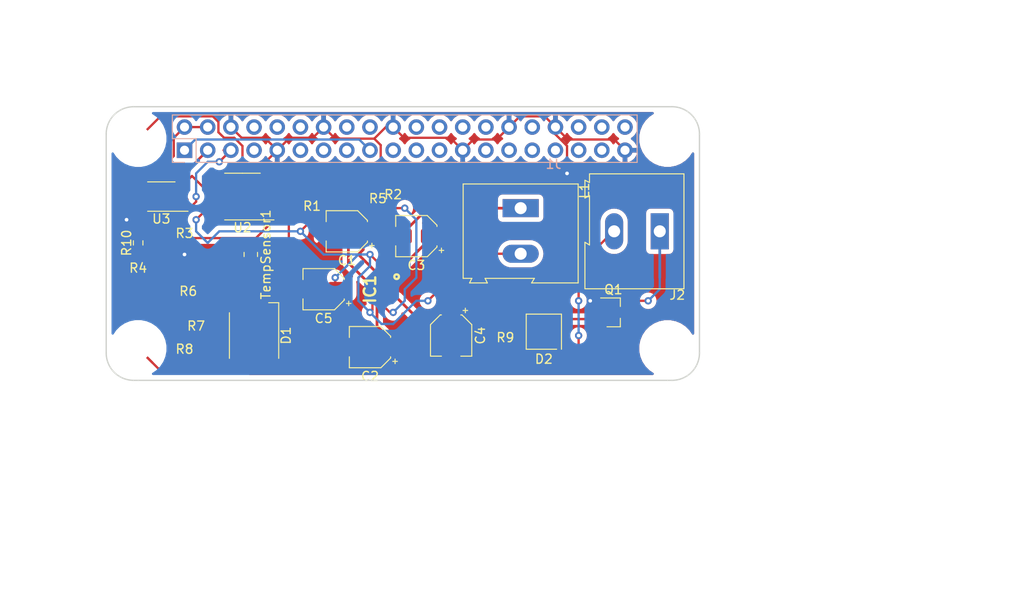
<source format=kicad_pcb>
(kicad_pcb (version 20171130) (host pcbnew "(5.1.10)-1")
  (title_block (title "Raspberry Pi Zero (W) uHAT Template Board") (date 2019-02-28) (rev 1.0) (comment 1 "This PCB design is licensed under MIT Open Source License."))
  (layers (0 F.Cu mixed) (31 B.Cu mixed) (34 B.Paste user) (35 F.Paste user) (36 B.SilkS user) (37 F.SilkS user) (38 B.Mask user) (39 F.Mask user) (44 Edge.Cuts user))
  (net 0 "")
  (net 1 +3V3)
  (net 2 +5V)
  (net 3 GND)
  (net 4 /GPIO4_GPIO_GCLK)
  (net 5 /GPIO14_TXD0)
  (net 6 /GPIO15_RXD0)
  (net 7 /GPIO17_GEN0)
  (net 8 /GPIO18_GEN1)
  (net 9 /GPIO27_GEN2)
  (net 10 /GPIO22_GEN3)
  (net 11 /GPIO23_GEN4)
  (net 12 /GPIO24_GEN5)
  (net 13 /GPIO10_SPI_MOSI)
  (net 14 /GPIO9_SPI_MISO)
  (net 15 /GPIO25_GEN6)
  (net 16 /GPIO11_SPI_SCLK)
  (net 17 /GPIO8_SPI_CE0_N)
  (net 18 /GPIO7_SPI_CE1_N)
  (net 19 /ID_SD)
  (net 20 /ID_SC)
  (net 21 /GPIO5)
  (net 22 /GPIO6)
  (net 23 /GPIO12)
  (net 24 /GPIO13)
  (net 25 /GPIO19)
  (net 26 /GPIO16)
  (net 27 /GPIO26)
  (net 28 /GPIO20)
  (net 29 /GPIO21)
  (net 30 Vreg_TRSS)
  (net 31 Vreg_SW)
  (net 32 Vreg_BST)
  (net 33 "Net-(C4-Pad1)")
  (net 34 OUT)
  (net 35 "Net-(D1-Pad4)")
  (net 36 "Net-(D1-Pad3)")
  (net 37 "Net-(D1-Pad2)")
  (net 38 "Net-(D2-Pad2)")
  (net 39 Vreg_ENUV)
  (net 40 Vreg_PG)
  (net 41 Vreg_RT)
  (net 42 Vreg_INTVCC)
  (net 43 +12V)
  (net 44 "Net-(R1-Pad2)")
  (net 45 "Net-(R3-Pad1)")
  (net 46 VopAmpOut)
  (net 47 "Net-(U2-Pad8)")
  (net 48 "Net-(U2-Pad5)")
  (net 49 "Net-(U2-Pad1)")
  (net 50 "Net-(U3-Pad6)")
  (net 51 "Net-(U3-Pad3)")
  (net 52 SDA)
  (net 53 SCL)
  (net 54 "Net-(R10-Pad1)")
  (module TerminalBlock:TerminalBlock_Altech_AK300-2_P5.00mm (layer F.Cu) (at 162.942 102.188 270)
    (fp_text reference L1 (at -1.92 -6.99 90) (layer F.SilkS))
    (fp_text value 120u)
    (pad 2 thru_hole oval (at 5 0 270) (size 1.98 3.96) (drill 1.32) (layers *.Cu *.Mask) (net 34 OUT))
    (pad 1 thru_hole rect (at 0 0 270) (size 1.98 3.96) (drill 1.32) (layers *.Cu *.Mask) (net 31 Vreg_SW))
  )
  (module Package_SO:MSOP-8_3x3mm_P0.65mm (layer F.Cu) (at 123.572 100.918 180)
    (fp_text reference U3 (at 0 -2.45) (layer F.SilkS))
    (fp_text value ADC081C021CIMM)
    (pad 8 smd roundrect (at 2.1125 -0.975 180) (size 1.625 0.4) (layers F.Cu F.Paste F.Mask) (net 52 SDA))
    (pad 7 smd roundrect (at 2.1125 -0.325 180) (size 1.625 0.4) (layers F.Cu F.Paste F.Mask) (net 3 GND))
    (pad 6 smd roundrect (at 2.1125 0.325 180) (size 1.625 0.4) (layers F.Cu F.Paste F.Mask) (net 50 "Net-(U3-Pad6)"))
    (pad 5 smd roundrect (at 2.1125 0.975 180) (size 1.625 0.4) (layers F.Cu F.Paste F.Mask) (net 2 +5V))
    (pad 4 smd roundrect (at -2.1125 0.975 180) (size 1.625 0.4) (layers F.Cu F.Paste F.Mask) (net 46 VopAmpOut))
    (pad 3 smd roundrect (at -2.1125 0.325 180) (size 1.625 0.4) (layers F.Cu F.Paste F.Mask) (net 51 "Net-(U3-Pad3)"))
    (pad 2 smd roundrect (at -2.1125 -0.325 180) (size 1.625 0.4) (layers F.Cu F.Paste F.Mask) (net 54 "Net-(R10-Pad1)"))
    (pad 1 smd roundrect (at -2.1125 -0.975 180) (size 1.625 0.4) (layers F.Cu F.Paste F.Mask) (net 53 SCL))
  )
  (module Package_SO:SOIC-8-1EP_3.9x4.9mm_P1.27mm_EP2.29x3mm (layer F.Cu) (at 132.462 100.918 180)
    (fp_text reference U2 (at 0 -3.4) (layer F.SilkS))
    (fp_text value LM741)
    (pad 9 smd rect (at 0 0 180) (size 2.29 3) (layers F.Cu F.Mask))
    (pad 8 smd roundrect (at 2.475 -1.905 180) (size 1.95 0.6) (layers F.Cu F.Paste F.Mask) (net 47 "Net-(U2-Pad8)"))
    (pad 7 smd roundrect (at 2.475 -0.635 180) (size 1.95 0.6) (layers F.Cu F.Paste F.Mask) (net 34 OUT))
    (pad 6 smd roundrect (at 2.475 0.635 180) (size 1.95 0.6) (layers F.Cu F.Paste F.Mask) (net 46 VopAmpOut))
    (pad 5 smd roundrect (at 2.475 1.905 180) (size 1.95 0.6) (layers F.Cu F.Paste F.Mask) (net 48 "Net-(U2-Pad5)"))
    (pad 4 smd roundrect (at -2.475 1.905 180) (size 1.95 0.6) (layers F.Cu F.Paste F.Mask) (net 3 GND))
    (pad 3 smd roundrect (at -2.475 0.635 180) (size 1.95 0.6) (layers F.Cu F.Paste F.Mask) (net 44 "Net-(R1-Pad2)"))
    (pad 2 smd roundrect (at -2.475 -0.635 180) (size 1.95 0.6) (layers F.Cu F.Paste F.Mask) (net 45 "Net-(R3-Pad1)"))
    (pad 1 smd roundrect (at -2.475 -1.905 180) (size 1.95 0.6) (layers F.Cu F.Paste F.Mask) (net 49 "Net-(U2-Pad1)"))
  )
  (module Resistor_SMD:R_0805_2012Metric (layer F.Cu) (at 133.3745 107.268 270)
    (fp_text reference TempSensor1 (at 0 -1.65 90) (layer F.SilkS))
    (fp_text value PT100)
    (pad 2 smd roundrect (at 0.9125 0 270) (size 1.025 1.4) (layers F.Cu F.Paste F.Mask) (roundrect_rratio 0.243902) (net 3 GND))
    (pad 1 smd roundrect (at -0.9125 0 270) (size 1.025 1.4) (layers F.Cu F.Paste F.Mask) (roundrect_rratio 0.243902) (net 44 "Net-(R1-Pad2)"))
  )
  (module Resistor_SMD:R_0201_0603Metric_Pad0.64x0.40mm_HandSolder (layer F.Cu) (at 161.2645 117.428)
    (fp_text reference R9 (at 0 -1.05) (layer F.SilkS))
    (fp_text value 100)
    (pad 2 smd roundrect (at 0.4075 0) (size 0.635 0.4) (layers F.Cu F.Mask) (net 38 "Net-(D2-Pad2)"))
    (pad 1 smd roundrect (at -0.4075 0) (size 0.635 0.4) (layers F.Cu F.Mask) (net 39 Vreg_ENUV))
  )
  (module Resistor_SMD:R_0201_0603Metric_Pad0.64x0.40mm_HandSolder (layer F.Cu) (at 126.112 118.698)
    (fp_text reference R8 (at 0 -1.05) (layer F.SilkS))
    (fp_text value 12.5)
    (pad 2 smd roundrect (at 0.4075 0) (size 0.635 0.4) (layers F.Cu F.Mask) (net 35 "Net-(D1-Pad4)"))
    (pad 1 smd roundrect (at -0.4075 0) (size 0.635 0.4) (layers F.Cu F.Mask) (net 46 VopAmpOut))
  )
  (module Resistor_SMD:R_0201_0603Metric_Pad0.64x0.40mm_HandSolder (layer F.Cu) (at 127.382 116.158)
    (fp_text reference R7 (at 0 -1.05) (layer F.SilkS))
    (fp_text value 40)
    (pad 2 smd roundrect (at 0.4075 0) (size 0.635 0.4) (layers F.Cu F.Mask) (net 36 "Net-(D1-Pad3)"))
    (pad 1 smd roundrect (at -0.4075 0) (size 0.635 0.4) (layers F.Cu F.Mask) (net 46 VopAmpOut))
  )
  (module Resistor_SMD:R_0201_0603Metric_Pad0.64x0.40mm_HandSolder (layer F.Cu) (at 126.5195 112.348)
    (fp_text reference R6 (at 0 -1.05) (layer F.SilkS))
    (fp_text value 47.5)
    (pad 2 smd roundrect (at 0.4075 0) (size 0.635 0.4) (layers F.Cu F.Mask) (net 37 "Net-(D1-Pad2)"))
    (pad 1 smd roundrect (at -0.4075 0) (size 0.635 0.4) (layers F.Cu F.Mask) (net 46 VopAmpOut))
  )
  (module Resistor_SMD:R_0201_0603Metric_Pad0.64x0.40mm_HandSolder (layer F.Cu) (at 147.2945 102.188)
    (fp_text reference R5 (at 0 -1.05) (layer F.SilkS))
    (fp_text value 100k)
    (pad 2 smd roundrect (at 0.4075 0) (size 0.635 0.4) (layers F.Cu F.Mask) (net 40 Vreg_PG))
    (pad 1 smd roundrect (at -0.4075 0) (size 0.635 0.4) (layers F.Cu F.Mask) (net 34 OUT))
  )
  (module Resistor_SMD:R_0201_0603Metric_Pad0.64x0.40mm_HandSolder (layer F.Cu) (at 121.032 109.808)
    (fp_text reference R4 (at 0 -1.05) (layer F.SilkS))
    (fp_text value 47000)
    (pad 2 smd roundrect (at 0.4075 0) (size 0.635 0.4) (layers F.Cu F.Mask) (net 45 "Net-(R3-Pad1)"))
    (pad 1 smd roundrect (at -0.4075 0) (size 0.635 0.4) (layers F.Cu F.Mask) (net 46 VopAmpOut))
  )
  (module Resistor_SMD:R_0201_0603Metric_Pad0.64x0.40mm_HandSolder (layer F.Cu) (at 126.112 105.998)
    (fp_text reference R3 (at 0 -1.05) (layer F.SilkS))
    (fp_text value 5000)
    (pad 2 smd roundrect (at 0.4075 0) (size 0.635 0.4) (layers F.Cu F.Mask) (net 3 GND))
    (pad 1 smd roundrect (at -0.4075 0) (size 0.635 0.4) (layers F.Cu F.Mask) (net 45 "Net-(R3-Pad1)"))
  )
  (module Resistor_SMD:R_0201_0603Metric_Pad0.64x0.40mm_HandSolder (layer F.Cu) (at 148.972 99.648 180)
    (fp_text reference R2 (at 0 -1.05) (layer F.SilkS))
    (fp_text value 110k)
    (pad 2 smd roundrect (at 0.4075 0 180) (size 0.635 0.4) (layers F.Cu F.Mask) (net 3 GND))
    (pad 1 smd roundrect (at -0.4075 0 180) (size 0.635 0.4) (layers F.Cu F.Mask) (net 41 Vreg_RT))
  )
  (module Resistor_SMD:R_0201_0603Metric_Pad0.64x0.40mm_HandSolder (layer F.Cu) (at 140.082 100.918 180)
    (fp_text reference R1 (at 0 -1.05) (layer F.SilkS))
    (fp_text value 4700)
    (pad 2 smd roundrect (at 0.4075 0 180) (size 0.635 0.4) (layers F.Cu F.Mask) (net 44 "Net-(R1-Pad2)"))
    (pad 1 smd roundrect (at -0.4075 0 180) (size 0.635 0.4) (layers F.Cu F.Mask) (net 34 OUT))
  )
  (module Package_TO_SOT_SMD:SOT-23 (layer F.Cu) (at 173.102 113.618)
    (fp_text reference Q1 (at 0 -2.5) (layer F.SilkS))
    (fp_text value AO3401A)
    (pad 1 smd rect (at -1 -0.95) (size 0.9 0.8) (layers F.Cu F.Paste F.Mask) (net 3 GND))
    (pad 2 smd rect (at -1 0.95) (size 0.9 0.8) (layers F.Cu F.Paste F.Mask) (net 33 "Net-(C4-Pad1)"))
    (pad 3 smd rect (at 1 0) (size 0.9 0.8) (layers F.Cu F.Paste F.Mask) (net 43 +12V))
  )
  (module TerminalBlock:TerminalBlock_Altech_AK300-2_P5.00mm (layer F.Cu) (at 178.182 104.728 180)
    (fp_text reference J2 (at -1.92 -6.99) (layer F.SilkS))
    (fp_text value Screw_Terminal_01x01)
    (pad 2 thru_hole oval (at 5 0 180) (size 1.98 3.96) (drill 1.32) (layers *.Cu *.Mask))
    (pad 1 thru_hole rect (at 0 0 180) (size 1.98 3.96) (drill 1.32) (layers *.Cu *.Mask) (net 43 +12V))
  )
  (module LT8618EDDB-3.3#TRPBF:SON50P200X300X80-11N-D (layer F.Cu) (at 147.702 111.078 270)
    (fp_text reference IC1 (at 0 1.27 90) (layer F.SilkS) (effects (font (size 1.27 1.27) (thickness 0.254))))
    (fp_text value LT8618EDDB-3.3#TRPBF hide)
    (pad 11 smd rect (at 0 0 270) (size 0.69 2.44) (layers F.Cu F.Paste F.Mask) (net 3 GND))
    (pad 10 smd rect (at 0.95 -1) (size 0.3 0.85) (layers F.Cu F.Paste F.Mask) (net 39 Vreg_ENUV))
    (pad 9 smd rect (at 0.95 -0.5) (size 0.3 0.85) (layers F.Cu F.Paste F.Mask) (net 39 Vreg_ENUV))
    (pad 8 smd rect (at 0.95 0) (size 0.3 0.85) (layers F.Cu F.Paste F.Mask) (net 40 Vreg_PG))
    (pad 7 smd rect (at 0.95 0.5) (size 0.3 0.85) (layers F.Cu F.Paste F.Mask) (net 30 Vreg_TRSS))
    (pad 6 smd rect (at 0.95 1) (size 0.3 0.85) (layers F.Cu F.Paste F.Mask) (net 34 OUT))
    (pad 5 smd rect (at -0.95 1) (size 0.3 0.85) (layers F.Cu F.Paste F.Mask) (net 41 Vreg_RT))
    (pad 4 smd rect (at -0.95 0.5) (size 0.3 0.85) (layers F.Cu F.Paste F.Mask) (net 42 Vreg_INTVCC))
    (pad 3 smd rect (at -0.95 0) (size 0.3 0.85) (layers F.Cu F.Paste F.Mask) (net 34 OUT))
    (pad 2 smd rect (at -0.95 -0.5) (size 0.3 0.85) (layers F.Cu F.Paste F.Mask) (net 31 Vreg_SW))
    (pad 1 smd rect (at -0.95 -1) (size 0.3 0.85) (layers F.Cu F.Paste F.Mask) (net 32 Vreg_BST))
  )
  (module LED_SMD:LED-L1T2_LUMILEDS (layer F.Cu) (at 165.482 116.158)
    (fp_text reference D2 (at 0 2.58) (layer F.SilkS))
    (fp_text value LED)
    (pad 3 smd rect (at 0 -0.52) (size 1.4 1.2) (layers F.Cu F.Paste F.Mask))
    (pad 2 smd rect (at -0.45 0.52) (size 0.55 0.38) (layers F.Cu F.Paste F.Mask) (net 38 "Net-(D2-Pad2)"))
    (pad 1 smd rect (at 0.45 0.52) (size 0.55 0.38) (layers F.Cu F.Paste F.Mask) (net 3 GND))
  )
  (module LED_SMD:LED_RGB_5050-6 (layer F.Cu) (at 133.732 116.158 270)
    (fp_text reference D1 (at 0 -3.5 270) (layer F.SilkS))
    (fp_text value LED_ABGR)
    (pad 6 smd rect (at 2.4 -1.7) (size 1.1 2) (layers F.Cu F.Paste F.Mask))
    (pad 5 smd rect (at 2.4 0) (size 1.1 2) (layers F.Cu F.Paste F.Mask))
    (pad 4 smd rect (at 2.4 1.7) (size 1.1 2) (layers F.Cu F.Paste F.Mask) (net 35 "Net-(D1-Pad4)"))
    (pad 3 smd rect (at -2.4 1.7) (size 1.1 2) (layers F.Cu F.Paste F.Mask) (net 36 "Net-(D1-Pad3)"))
    (pad 2 smd rect (at -2.4 0) (size 1.1 2) (layers F.Cu F.Paste F.Mask) (net 37 "Net-(D1-Pad2)"))
    (pad 1 smd rect (at -2.4 -1.7) (size 1.1 2) (layers F.Cu F.Paste F.Mask) (net 3 GND))
  )
  (module Capacitor_SMD:CP_Elec_4x3 (layer F.Cu) (at 141.352 111.078 180)
    (fp_text reference C5 (at 0 -3.2) (layer F.SilkS))
    (fp_text value 10n)
    (pad 2 smd roundrect (at 1.8 0 180) (size 2.6 1.6) (layers F.Cu F.Paste F.Mask) (roundrect_rratio 0.15625) (net 3 GND))
    (pad 1 smd roundrect (at -1.8 0 180) (size 2.6 1.6) (layers F.Cu F.Paste F.Mask) (roundrect_rratio 0.15625) (net 34 OUT))
  )
  (module Capacitor_SMD:CP_Elec_4x3 (layer F.Cu) (at 155.322 116.158 270)
    (fp_text reference C4 (at 0 -3.2 90) (layer F.SilkS))
    (fp_text value 2.2u)
    (pad 2 smd roundrect (at 1.8 0 270) (size 2.6 1.6) (layers F.Cu F.Paste F.Mask) (roundrect_rratio 0.15625) (net 39 Vreg_ENUV))
    (pad 1 smd roundrect (at -1.8 0 270) (size 2.6 1.6) (layers F.Cu F.Paste F.Mask) (roundrect_rratio 0.15625) (net 33 "Net-(C4-Pad1)"))
  )
  (module Capacitor_SMD:CP_Elec_4x3 (layer F.Cu) (at 151.512 105.258 180)
    (fp_text reference C3 (at 0 -3.2) (layer F.SilkS))
    (fp_text value 0.047u)
    (pad 2 smd roundrect (at 1.8 0 180) (size 2.6 1.6) (layers F.Cu F.Paste F.Mask) (roundrect_rratio 0.15625) (net 31 Vreg_SW))
    (pad 1 smd roundrect (at -1.8 0 180) (size 2.6 1.6) (layers F.Cu F.Paste F.Mask) (roundrect_rratio 0.15625) (net 32 Vreg_BST))
  )
  (module Capacitor_SMD:CP_Elec_4x3 (layer F.Cu) (at 146.432 117.428 180)
    (fp_text reference C2 (at 0 -3.2) (layer F.SilkS))
    (fp_text value 10n)
    (pad 2 smd roundrect (at 1.8 0 180) (size 2.6 1.6) (layers F.Cu F.Paste F.Mask) (roundrect_rratio 0.15625) (net 3 GND))
    (pad 1 smd roundrect (at -1.8 0 180) (size 2.6 1.6) (layers F.Cu F.Paste F.Mask) (roundrect_rratio 0.15625) (net 30 Vreg_TRSS))
  )
  (module Capacitor_SMD:CP_Elec_4x3 (layer F.Cu) (at 143.892 104.728 180)
    (fp_text reference C1 (at 0 -3.2) (layer F.SilkS))
    (fp_text value 1u)
    (pad 2 smd roundrect (at 1.8 0 180) (size 2.6 1.6) (layers F.Cu F.Paste F.Mask) (roundrect_rratio 0.15625) (net 3 GND))
    (pad 1 smd roundrect (at -1.8 0 180) (size 2.6 1.6) (layers F.Cu F.Paste F.Mask) (roundrect_rratio 0.15625) (net 42 Vreg_INTVCC))
  )
  (module lib:PinSocket_2x20_P2.54mm_Vertical_Centered_Anchor (layer B.Cu) (at 150.242 94.568 270)
    (fp_text reference J1 (at 2.8 -16.3) (layer B.SilkS) (effects (justify mirror)))
    (fp_text value GPIO_CONNECTOR)
    (pad 40 thru_hole oval (at -1.27 -24.13 270) (size 1.7 1.7) (drill 1) (layers *.Cu *.Mask) (net 29 /GPIO21))
    (pad 39 thru_hole oval (at 1.27 -24.13 270) (size 1.7 1.7) (drill 1) (layers *.Cu *.Mask) (net 3 GND))
    (pad 38 thru_hole oval (at -1.27 -21.59 270) (size 1.7 1.7) (drill 1) (layers *.Cu *.Mask) (net 28 /GPIO20))
    (pad 37 thru_hole oval (at 1.27 -21.59 270) (size 1.7 1.7) (drill 1) (layers *.Cu *.Mask) (net 27 /GPIO26))
    (pad 36 thru_hole oval (at -1.27 -19.05 270) (size 1.7 1.7) (drill 1) (layers *.Cu *.Mask) (net 26 /GPIO16))
    (pad 35 thru_hole oval (at 1.27 -19.05 270) (size 1.7 1.7) (drill 1) (layers *.Cu *.Mask) (net 25 /GPIO19))
    (pad 34 thru_hole oval (at -1.27 -16.51 270) (size 1.7 1.7) (drill 1) (layers *.Cu *.Mask) (net 3 GND))
    (pad 33 thru_hole oval (at 1.27 -16.51 270) (size 1.7 1.7) (drill 1) (layers *.Cu *.Mask) (net 24 /GPIO13))
    (pad 32 thru_hole oval (at -1.27 -13.97 270) (size 1.7 1.7) (drill 1) (layers *.Cu *.Mask) (net 23 /GPIO12))
    (pad 31 thru_hole oval (at 1.27 -13.97 270) (size 1.7 1.7) (drill 1) (layers *.Cu *.Mask) (net 22 /GPIO6))
    (pad 30 thru_hole oval (at -1.27 -11.43 270) (size 1.7 1.7) (drill 1) (layers *.Cu *.Mask) (net 3 GND))
    (pad 29 thru_hole oval (at 1.27 -11.43 270) (size 1.7 1.7) (drill 1) (layers *.Cu *.Mask) (net 21 /GPIO5))
    (pad 28 thru_hole oval (at -1.27 -8.89 270) (size 1.7 1.7) (drill 1) (layers *.Cu *.Mask) (net 20 /ID_SC))
    (pad 27 thru_hole oval (at 1.27 -8.89 270) (size 1.7 1.7) (drill 1) (layers *.Cu *.Mask) (net 19 /ID_SD))
    (pad 26 thru_hole oval (at -1.27 -6.35 270) (size 1.7 1.7) (drill 1) (layers *.Cu *.Mask) (net 18 /GPIO7_SPI_CE1_N))
    (pad 25 thru_hole oval (at 1.27 -6.35 270) (size 1.7 1.7) (drill 1) (layers *.Cu *.Mask) (net 3 GND))
    (pad 24 thru_hole oval (at -1.27 -3.81 270) (size 1.7 1.7) (drill 1) (layers *.Cu *.Mask) (net 17 /GPIO8_SPI_CE0_N))
    (pad 23 thru_hole oval (at 1.27 -3.81 270) (size 1.7 1.7) (drill 1) (layers *.Cu *.Mask) (net 16 /GPIO11_SPI_SCLK))
    (pad 22 thru_hole oval (at -1.27 -1.27 270) (size 1.7 1.7) (drill 1) (layers *.Cu *.Mask) (net 15 /GPIO25_GEN6))
    (pad 21 thru_hole oval (at 1.27 -1.27 270) (size 1.7 1.7) (drill 1) (layers *.Cu *.Mask) (net 14 /GPIO9_SPI_MISO))
    (pad 20 thru_hole oval (at -1.27 1.27 270) (size 1.7 1.7) (drill 1) (layers *.Cu *.Mask) (net 3 GND))
    (pad 19 thru_hole oval (at 1.27 1.27 270) (size 1.7 1.7) (drill 1) (layers *.Cu *.Mask) (net 13 /GPIO10_SPI_MOSI))
    (pad 18 thru_hole oval (at -1.27 3.81 270) (size 1.7 1.7) (drill 1) (layers *.Cu *.Mask) (net 12 /GPIO24_GEN5))
    (pad 17 thru_hole oval (at 1.27 3.81 270) (size 1.7 1.7) (drill 1) (layers *.Cu *.Mask) (net 1 +3V3))
    (pad 16 thru_hole oval (at -1.27 6.35 270) (size 1.7 1.7) (drill 1) (layers *.Cu *.Mask) (net 11 /GPIO23_GEN4))
    (pad 15 thru_hole oval (at 1.27 6.35 270) (size 1.7 1.7) (drill 1) (layers *.Cu *.Mask) (net 10 /GPIO22_GEN3))
    (pad 14 thru_hole oval (at -1.27 8.89 270) (size 1.7 1.7) (drill 1) (layers *.Cu *.Mask) (net 3 GND))
    (pad 13 thru_hole oval (at 1.27 8.89 270) (size 1.7 1.7) (drill 1) (layers *.Cu *.Mask) (net 9 /GPIO27_GEN2))
    (pad 12 thru_hole oval (at -1.27 11.43 270) (size 1.7 1.7) (drill 1) (layers *.Cu *.Mask) (net 8 /GPIO18_GEN1))
    (pad 11 thru_hole oval (at 1.27 11.43 270) (size 1.7 1.7) (drill 1) (layers *.Cu *.Mask) (net 7 /GPIO17_GEN0))
    (pad 10 thru_hole oval (at -1.27 13.97 270) (size 1.7 1.7) (drill 1) (layers *.Cu *.Mask) (net 6 /GPIO15_RXD0))
    (pad 9 thru_hole oval (at 1.27 13.97 270) (size 1.7 1.7) (drill 1) (layers *.Cu *.Mask) (net 3 GND))
    (pad 8 thru_hole oval (at -1.27 16.51 270) (size 1.7 1.7) (drill 1) (layers *.Cu *.Mask) (net 5 /GPIO14_TXD0))
    (pad 7 thru_hole oval (at 1.27 16.51 270) (size 1.7 1.7) (drill 1) (layers *.Cu *.Mask) (net 4 /GPIO4_GPIO_GCLK))
    (pad 6 thru_hole oval (at -1.27 19.05 270) (size 1.7 1.7) (drill 1) (layers *.Cu *.Mask) (net 3 GND))
    (pad 5 thru_hole oval (at 1.27 19.05 270) (size 1.7 1.7) (drill 1) (layers *.Cu *.Mask) (net 53 SCL))
    (pad 4 thru_hole oval (at -1.27 21.59 270) (size 1.7 1.7) (drill 1) (layers *.Cu *.Mask) (net 2 +5V))
    (pad 3 thru_hole oval (at 1.27 21.59 270) (size 1.7 1.7) (drill 1) (layers *.Cu *.Mask) (net 52 SDA))
    (pad 2 thru_hole oval (at -1.27 24.13 270) (size 1.7 1.7) (drill 1) (layers *.Cu *.Mask) (net 2 +5V))
    (pad 1 thru_hole rect (at 1.27 24.13 270) (size 1.7 1.7) (drill 1) (layers *.Cu *.Mask) (net 1 +3V3))
  )
  (module lib:MountingHole_2.7mm_M2.5_uHAT_RPi (layer F.Cu) (at 121.032 94.568)
    (fp_text reference H1 hide)
    (fp_text value MountingHole hide)
    (pad "" np_thru_hole circle (at 0 0) (size 2.7 2.7) (drill 2.7) (layers *.Cu *.Mask) (clearance 1.75))
  )
  (module lib:MountingHole_2.7mm_M2.5_uHAT_RPi (layer F.Cu) (at 179.032 94.568)
    (fp_text reference H2 hide)
    (fp_text value MountingHole hide)
    (pad "" np_thru_hole circle (at 0 0) (size 2.7 2.7) (drill 2.7) (layers *.Cu *.Mask) (clearance 1.75))
  )
  (module lib:MountingHole_2.7mm_M2.5_uHAT_RPi (layer F.Cu) (at 179.032 117.568)
    (fp_text reference H3 hide)
    (fp_text value MountingHole hide)
    (pad "" np_thru_hole circle (at 0 0) (size 2.7 2.7) (drill 2.7) (layers *.Cu *.Mask) (clearance 1.75))
  )
  (module lib:MountingHole_2.7mm_M2.5_uHAT_RPi (layer F.Cu) (at 121.032 117.568)
    (fp_text reference H4 hide)
    (fp_text value MountingHole hide)
    (pad "" np_thru_hole circle (at 0 0) (size 2.7 2.7) (drill 2.7) (layers *.Cu *.Mask) (clearance 1.75))
  )
  (module Resistor_SMD:R_0603_1608Metric (layer F.Cu) (at 121.032 105.998 90)
    (fp_text reference R10 (at 0 -1.27 90) (layer F.SilkS))
    (fp_text value 5000)
    (pad 2 smd roundrect (at 0.825 0 90) (size 0.8 0.95) (layers F.Cu F.Paste F.Mask) (net 2 +5V))
    (pad 1 smd roundrect (at -0.825 0 90) (size 0.8 0.95) (layers F.Cu F.Paste F.Mask) (net 54 "Net-(R10-Pad1)"))
  )
  (gr_line (start 121.032 121.068) (end 120.532 121.068) (layer Edge.Cuts) (width 0.15))
  (gr_line (start 179.032 121.068) (end 179.532 121.068) (layer Edge.Cuts) (width 0.15))
  (gr_line (start 182.532 94.068) (end 182.532 118.068) (layer Edge.Cuts) (width 0.15))
  (gr_line (start 120.532 91.068) (end 179.532 91.068) (layer Edge.Cuts) (width 0.15))
  (gr_line (start 117.532 118.068) (end 117.532 94.068) (layer Edge.Cuts) (width 0.15))
  (gr_arc (start 120.532 94.068) (end 120.532 91.068) (angle -90) (layer Edge.Cuts) (width 0.15))
  (gr_arc (start 120.532 118.068) (end 117.532 118.068) (angle -90) (layer Edge.Cuts) (width 0.15))
  (gr_arc (start 179.532 118.068) (end 179.532 121.068) (angle -90) (layer Edge.Cuts) (width 0.15))
  (gr_arc (start 179.532 94.068) (end 182.532 94.068) (angle -90) (layer Edge.Cuts) (width 0.15))
  (gr_line (start 121.032 121.068) (end 179.032 121.068) (layer Edge.Cuts) (width 0.15))
  (segment (start 133.732 118.813002) (end 133.732 118.558) (width 0.25) (layer F.Cu) (net 0))
  (segment (start 132.762001 119.783001) (end 133.732 118.813002) (width 0.25) (layer F.Cu) (net 0))
  (segment (start 123.247001 119.783001) (end 132.762001 119.783001) (width 0.25) (layer F.Cu) (net 0))
  (segment (start 121.032 117.568) (end 123.247001 119.783001) (width 0.25) (layer F.Cu) (net 0))
  (segment (start 121.032 117.568) (end 122.58701 119.12301) (width 0.25) (layer F.Cu) (net 0))
  (segment (start 173.182 104.728) (end 173.182 103.538) (width 0.25) (layer F.Cu) (net 0))
  (segment (start 169.292 112.348) (end 169.292 112.348) (width 0.25) (layer F.Cu) (net 0))
  (via (at 169.292 112.348) (size 0.8) (drill 0.4) (layers F.Cu B.Cu) (net 0))
  (segment (start 167.272 115.638) (end 165.482 115.638) (width 0.25) (layer F.Cu) (net 0))
  (segment (start 173.182 104.728) (end 173.102 104.728) (width 0.25) (layer F.Cu) (net 0))
  (segment (start 169.292 108.538) (end 169.292 112.348) (width 0.25) (layer F.Cu) (net 0))
  (segment (start 173.102 104.728) (end 169.292 108.538) (width 0.25) (layer F.Cu) (net 0))
  (segment (start 169.292 112.348) (end 169.292 114.888) (width 0.25) (layer B.Cu) (net 0))
  (segment (start 169.292 114.888) (end 169.292 114.888) (width 0.25) (layer B.Cu) (net 0))
  (segment (start 169.292 114.888) (end 169.292 116.158) (width 0.25) (layer B.Cu) (net 0))
  (segment (start 169.292 116.158) (end 169.292 116.158) (width 0.25) (layer B.Cu) (net 0))
  (via (at 169.292 116.158) (size 0.8) (drill 0.4) (layers F.Cu B.Cu) (net 0))
  (segment (start 169.292 116.158) (end 169.292 117.428) (width 0.25) (layer F.Cu) (net 0))
  (segment (start 169.062 117.428) (end 167.272 115.638) (width 0.25) (layer F.Cu) (net 0))
  (segment (start 169.292 117.428) (end 169.062 117.428) (width 0.25) (layer F.Cu) (net 0))
  (segment (start 123.477001 92.122999) (end 121.032 94.568) (width 0.25) (layer F.Cu) (net 0))
  (segment (start 129.216001 92.122999) (end 123.477001 92.122999) (width 0.25) (layer F.Cu) (net 0))
  (segment (start 129.827001 92.733999) (end 129.216001 92.122999) (width 0.25) (layer F.Cu) (net 0))
  (segment (start 129.827001 93.862001) (end 129.827001 92.733999) (width 0.25) (layer F.Cu) (net 0))
  (segment (start 130.438001 94.473001) (end 129.827001 93.862001) (width 0.25) (layer F.Cu) (net 0))
  (segment (start 131.566003 94.473001) (end 130.438001 94.473001) (width 0.25) (layer F.Cu) (net 0))
  (segment (start 132.462 95.368998) (end 131.566003 94.473001) (width 0.25) (layer F.Cu) (net 0))
  (segment (start 132.462 100.918) (end 132.462 95.368998) (width 0.25) (layer F.Cu) (net 0))
  (segment (start 127.287001 94.662999) (end 126.112 95.838) (width 0.25) (layer B.Cu) (net 1))
  (segment (start 145.256999 94.662999) (end 127.287001 94.662999) (width 0.25) (layer B.Cu) (net 1))
  (segment (start 146.432 95.838) (end 145.256999 94.662999) (width 0.25) (layer B.Cu) (net 1))
  (segment (start 124.936999 94.473001) (end 126.112 93.298) (width 0.25) (layer F.Cu) (net 2))
  (segment (start 124.936999 96.465501) (end 124.936999 94.473001) (width 0.25) (layer F.Cu) (net 2))
  (segment (start 121.4595 99.943) (end 124.936999 96.465501) (width 0.25) (layer F.Cu) (net 2))
  (segment (start 126.112 93.298) (end 128.652 93.298) (width 0.25) (layer F.Cu) (net 2))
  (segment (start 120.207 105.173) (end 121.032 105.173) (width 0.25) (layer F.Cu) (net 2))
  (segment (start 118.492 103.458) (end 120.207 105.173) (width 0.25) (layer F.Cu) (net 2))
  (segment (start 118.492 100.918) (end 118.492 103.458) (width 0.25) (layer F.Cu) (net 2))
  (segment (start 118.582 100.828) (end 118.492 100.918) (width 0.25) (layer F.Cu) (net 2))
  (segment (start 119.762 100.828) (end 118.582 100.828) (width 0.25) (layer F.Cu) (net 2))
  (segment (start 120.647 99.943) (end 119.762 100.828) (width 0.25) (layer F.Cu) (net 2))
  (segment (start 121.4595 99.943) (end 120.647 99.943) (width 0.25) (layer F.Cu) (net 2))
  (segment (start 139.552 111.078) (end 139.552 113.088) (width 0.25) (layer F.Cu) (net 3))
  (segment (start 138.882 113.758) (end 135.432 113.758) (width 0.25) (layer F.Cu) (net 3))
  (segment (start 139.552 113.088) (end 138.882 113.758) (width 0.25) (layer F.Cu) (net 3))
  (segment (start 139.552 113.088) (end 141.562 113.088) (width 0.25) (layer F.Cu) (net 3))
  (segment (start 147.702 111.078) (end 146.232 111.078) (width 0.3) (layer F.Cu) (net 3))
  (segment (start 136.272 111.078) (end 139.552 111.078) (width 0.25) (layer F.Cu) (net 3))
  (segment (start 134.937 97.173) (end 136.272 95.838) (width 0.25) (layer F.Cu) (net 3))
  (segment (start 134.937 99.013) (end 134.937 97.173) (width 0.25) (layer F.Cu) (net 3))
  (segment (start 140.176999 94.473001) (end 141.352 93.298) (width 0.25) (layer F.Cu) (net 3))
  (segment (start 137.636999 94.473001) (end 140.176999 94.473001) (width 0.25) (layer F.Cu) (net 3))
  (segment (start 136.272 95.838) (end 137.636999 94.473001) (width 0.25) (layer F.Cu) (net 3))
  (segment (start 132.367001 94.473001) (end 131.192 93.298) (width 0.25) (layer F.Cu) (net 3))
  (segment (start 134.907001 94.473001) (end 132.367001 94.473001) (width 0.25) (layer F.Cu) (net 3))
  (segment (start 136.272 95.838) (end 134.907001 94.473001) (width 0.25) (layer F.Cu) (net 3))
  (segment (start 141.352 93.298) (end 142.622 94.568) (width 0.25) (layer F.Cu) (net 3))
  (segment (start 148.171002 93.298) (end 148.972 93.298) (width 0.25) (layer F.Cu) (net 3))
  (segment (start 146.901002 94.568) (end 148.171002 93.298) (width 0.25) (layer F.Cu) (net 3))
  (segment (start 142.622 94.568) (end 146.901002 94.568) (width 0.25) (layer F.Cu) (net 3))
  (segment (start 133.3745 108.1805) (end 136.272 111.078) (width 0.25) (layer F.Cu) (net 3))
  (segment (start 157.767001 94.662999) (end 156.592 95.838) (width 0.25) (layer F.Cu) (net 3))
  (segment (start 160.307001 94.662999) (end 157.767001 94.662999) (width 0.25) (layer F.Cu) (net 3))
  (segment (start 161.672 93.298) (end 160.307001 94.662999) (width 0.25) (layer F.Cu) (net 3))
  (segment (start 162.847001 92.122999) (end 161.672 93.298) (width 0.25) (layer F.Cu) (net 3))
  (segment (start 165.576999 92.122999) (end 162.847001 92.122999) (width 0.25) (layer F.Cu) (net 3))
  (segment (start 166.752 93.298) (end 165.576999 92.122999) (width 0.25) (layer F.Cu) (net 3))
  (segment (start 173.196999 94.662999) (end 174.372 95.838) (width 0.25) (layer F.Cu) (net 3))
  (segment (start 168.116999 94.662999) (end 173.196999 94.662999) (width 0.25) (layer F.Cu) (net 3))
  (segment (start 166.752 93.298) (end 168.116999 94.662999) (width 0.25) (layer F.Cu) (net 3))
  (segment (start 150.147001 94.473001) (end 148.972 93.298) (width 0.25) (layer F.Cu) (net 3))
  (segment (start 155.227001 94.473001) (end 150.147001 94.473001) (width 0.25) (layer F.Cu) (net 3))
  (segment (start 156.592 95.838) (end 155.227001 94.473001) (width 0.25) (layer F.Cu) (net 3))
  (segment (start 133.017 108.538) (end 133.3745 108.1805) (width 0.25) (layer F.Cu) (net 3))
  (segment (start 129.922 108.538) (end 133.017 108.538) (width 0.25) (layer F.Cu) (net 3))
  (segment (start 127.382 105.998) (end 129.922 108.538) (width 0.25) (layer F.Cu) (net 3))
  (segment (start 126.5195 105.998) (end 127.382 105.998) (width 0.25) (layer F.Cu) (net 3))
  (segment (start 172.877001 115.228001) (end 172.877001 113.443001) (width 0.25) (layer F.Cu) (net 3))
  (segment (start 171.427002 116.678) (end 172.877001 115.228001) (width 0.25) (layer F.Cu) (net 3))
  (segment (start 172.877001 113.443001) (end 172.102 112.668) (width 0.25) (layer F.Cu) (net 3))
  (segment (start 147.607001 95.273999) (end 146.901002 94.568) (width 0.25) (layer F.Cu) (net 3))
  (segment (start 139.552 107.268) (end 139.552 111.078) (width 0.25) (layer F.Cu) (net 3))
  (segment (start 142.092 104.728) (end 139.552 107.268) (width 0.25) (layer F.Cu) (net 3))
  (segment (start 147.607001 98.283001) (end 148.73699 99.41299) (width 0.25) (layer F.Cu) (net 3))
  (segment (start 147.607001 95.273999) (end 147.607001 98.283001) (width 0.25) (layer F.Cu) (net 3))
  (segment (start 148.73699 99.47551) (end 148.5645 99.648) (width 0.25) (layer F.Cu) (net 3))
  (segment (start 148.73699 99.41299) (end 148.73699 99.47551) (width 0.25) (layer F.Cu) (net 3))
  (segment (start 144.632 116.158) (end 144.632 117.428) (width 0.25) (layer F.Cu) (net 3))
  (segment (start 141.562 113.088) (end 143.627 115.153) (width 0.25) (layer F.Cu) (net 3))
  (segment (start 143.627 115.153) (end 144.632 116.158) (width 0.25) (layer F.Cu) (net 3))
  (segment (start 143.627 115.153) (end 143.627 113.883) (width 0.25) (layer F.Cu) (net 3))
  (segment (start 143.627 113.883) (end 146.432 111.078) (width 0.25) (layer F.Cu) (net 3))
  (segment (start 147.9295 99.013) (end 134.937 99.013) (width 0.25) (layer F.Cu) (net 3))
  (segment (start 148.5645 99.648) (end 147.9295 99.013) (width 0.25) (layer F.Cu) (net 3))
  (segment (start 172.102 112.668) (end 170.882 112.668) (width 0.25) (layer F.Cu) (net 3))
  (segment (start 170.882 112.668) (end 170.562 112.348) (width 0.25) (layer F.Cu) (net 3))
  (segment (start 170.562 112.348) (end 170.562 112.348) (width 0.25) (layer F.Cu) (net 3))
  (via (at 170.562 112.348) (size 0.8) (drill 0.4) (layers F.Cu B.Cu) (net 3))
  (segment (start 170.562 112.348) (end 170.562 100.918) (width 0.25) (layer B.Cu) (net 3))
  (segment (start 170.562 100.918) (end 168.022 98.378) (width 0.25) (layer B.Cu) (net 3))
  (segment (start 168.022 98.378) (end 168.022 98.378) (width 0.25) (layer B.Cu) (net 3))
  (via (at 168.022 98.378) (size 0.8) (drill 0.4) (layers F.Cu B.Cu) (net 3))
  (segment (start 168.022 95.368998) (end 166.752 94.098998) (width 0.25) (layer F.Cu) (net 3))
  (segment (start 168.022 98.378) (end 168.022 95.368998) (width 0.25) (layer F.Cu) (net 3))
  (segment (start 166.752 94.098998) (end 166.752 93.298) (width 0.25) (layer F.Cu) (net 3))
  (segment (start 147.807 99.013) (end 147.9295 99.013) (width 0.25) (layer F.Cu) (net 3))
  (segment (start 142.092 104.728) (end 147.807 99.013) (width 0.25) (layer F.Cu) (net 3))
  (segment (start 120.695942 101.243) (end 119.762 102.176942) (width 0.25) (layer F.Cu) (net 3))
  (segment (start 121.4595 101.243) (end 120.695942 101.243) (width 0.25) (layer F.Cu) (net 3))
  (segment (start 119.762 102.176942) (end 119.762 103.458) (width 0.25) (layer F.Cu) (net 3))
  (segment (start 119.762 103.458) (end 119.762 103.458) (width 0.25) (layer F.Cu) (net 3))
  (via (at 119.762 103.458) (size 0.8) (drill 0.4) (layers F.Cu B.Cu) (net 3))
  (segment (start 119.762 103.458) (end 121.032 103.458) (width 0.25) (layer B.Cu) (net 3))
  (segment (start 121.032 103.458) (end 123.572 105.998) (width 0.25) (layer B.Cu) (net 3))
  (segment (start 123.572 105.998) (end 126.112 108.538) (width 0.25) (layer B.Cu) (net 3))
  (segment (start 126.112 108.538) (end 126.112 107.268) (width 0.25) (layer B.Cu) (net 3))
  (segment (start 126.112 107.268) (end 126.112 107.268) (width 0.25) (layer B.Cu) (net 3))
  (via (at 126.112 107.268) (size 0.8) (drill 0.4) (layers F.Cu B.Cu) (net 3))
  (segment (start 126.511999 106.397999) (end 126.34701 106.23301) (width 0.25) (layer F.Cu) (net 3))
  (segment (start 126.511999 106.868001) (end 126.511999 106.397999) (width 0.25) (layer F.Cu) (net 3))
  (segment (start 126.112 107.268) (end 126.511999 106.868001) (width 0.25) (layer F.Cu) (net 3))
  (segment (start 126.34701 106.17049) (end 126.5195 105.998) (width 0.25) (layer F.Cu) (net 3))
  (segment (start 126.34701 106.23301) (end 126.34701 106.17049) (width 0.25) (layer F.Cu) (net 3))
  (segment (start 171.427002 116.678) (end 171.427002 117.832998) (width 0.25) (layer F.Cu) (net 3))
  (segment (start 171.427002 117.832998) (end 170.562 118.698) (width 0.25) (layer F.Cu) (net 3))
  (segment (start 170.562 118.698) (end 168.022 118.698) (width 0.25) (layer F.Cu) (net 3))
  (segment (start 166.002 116.678) (end 165.932 116.678) (width 0.25) (layer F.Cu) (net 3))
  (segment (start 168.022 118.698) (end 166.002 116.678) (width 0.25) (layer F.Cu) (net 3))
  (segment (start 147.202 115.128) (end 147.202 112.028) (width 0.3) (layer F.Cu) (net 30))
  (segment (start 148.232 116.158) (end 147.202 115.128) (width 0.3) (layer F.Cu) (net 30))
  (segment (start 148.232 116.158) (end 148.232 117.428) (width 0.25) (layer F.Cu) (net 30))
  (segment (start 152.782 102.188) (end 149.712 105.258) (width 0.3) (layer F.Cu) (net 31))
  (segment (start 161.672 102.188) (end 152.782 102.188) (width 0.3) (layer F.Cu) (net 31))
  (segment (start 149.712 106.528) (end 149.712 105.258) (width 0.3) (layer F.Cu) (net 31))
  (segment (start 148.972 107.268) (end 149.712 106.528) (width 0.3) (layer F.Cu) (net 31))
  (segment (start 148.972 108.697998) (end 148.972 107.268) (width 0.3) (layer F.Cu) (net 31))
  (segment (start 148.262018 109.40798) (end 148.972 108.697998) (width 0.3) (layer F.Cu) (net 31))
  (segment (start 148.202 109.40798) (end 148.262018 109.40798) (width 0.25) (layer F.Cu) (net 31))
  (segment (start 148.202 110.128) (end 148.202 109.40798) (width 0.3) (layer F.Cu) (net 31))
  (segment (start 148.702 109.868) (end 148.702 110.128) (width 0.25) (layer F.Cu) (net 32))
  (segment (start 153.312 105.258) (end 148.702 109.868) (width 0.3) (layer F.Cu) (net 32))
  (segment (start 156.592 114.358) (end 171.302 114.358) (width 0.25) (layer F.Cu) (net 33))
  (segment (start 171.892 114.358) (end 172.102 114.568) (width 0.25) (layer F.Cu) (net 33))
  (segment (start 156.592 114.358) (end 171.892 114.358) (width 0.25) (layer F.Cu) (net 33))
  (segment (start 155.322 114.358) (end 156.592 114.358) (width 0.25) (layer F.Cu) (net 33))
  (segment (start 147.702 103.106558) (end 147.702 110.128) (width 0.25) (layer F.Cu) (net 34))
  (segment (start 146.887 102.291558) (end 147.702 103.106558) (width 0.25) (layer F.Cu) (net 34))
  (segment (start 146.887 102.188) (end 146.887 102.291558) (width 0.25) (layer F.Cu) (net 34))
  (segment (start 147.702 110.128) (end 147.702 108.538) (width 0.25) (layer F.Cu) (net 34))
  (segment (start 147.702 108.538) (end 146.432 107.268) (width 0.25) (layer F.Cu) (net 34))
  (segment (start 146.432 107.268) (end 146.432 107.268) (width 0.25) (layer F.Cu) (net 34))
  (via (at 146.432 107.268) (size 0.8) (drill 0.4) (layers F.Cu B.Cu) (net 34))
  (segment (start 146.432 107.268) (end 145.162 107.268) (width 0.25) (layer B.Cu) (net 34))
  (segment (start 145.162 107.268) (end 143.892 108.538) (width 0.25) (layer B.Cu) (net 34))
  (segment (start 143.892 108.538) (end 142.622 109.808) (width 0.25) (layer B.Cu) (net 34))
  (segment (start 142.622 109.808) (end 142.622 109.808) (width 0.25) (layer B.Cu) (net 34))
  (via (at 142.622 109.808) (size 0.8) (drill 0.4) (layers F.Cu B.Cu) (net 34))
  (segment (start 142.622 110.548) (end 143.152 111.078) (width 0.25) (layer F.Cu) (net 34))
  (segment (start 142.622 109.808) (end 142.622 110.548) (width 0.25) (layer F.Cu) (net 34))
  (segment (start 146.432 107.268) (end 146.432 108.538) (width 0.25) (layer B.Cu) (net 34))
  (segment (start 146.432 108.538) (end 145.162 109.808) (width 0.25) (layer B.Cu) (net 34))
  (segment (start 145.162 109.808) (end 145.162 112.348) (width 0.25) (layer B.Cu) (net 34))
  (segment (start 145.162 112.348) (end 146.432 113.618) (width 0.25) (layer B.Cu) (net 34))
  (segment (start 146.432 113.618) (end 146.432 113.618) (width 0.25) (layer B.Cu) (net 34))
  (via (at 146.432 113.618) (size 0.8) (drill 0.4) (layers F.Cu B.Cu) (net 34))
  (segment (start 146.702 113.348) (end 146.432 113.618) (width 0.25) (layer F.Cu) (net 34))
  (segment (start 146.702 112.028) (end 146.702 113.348) (width 0.25) (layer F.Cu) (net 34))
  (segment (start 162.942 107.188) (end 157.942 107.188) (width 0.25) (layer F.Cu) (net 34))
  (segment (start 157.942 107.188) (end 152.782 112.348) (width 0.25) (layer F.Cu) (net 34))
  (segment (start 152.782 112.348) (end 152.782 112.348) (width 0.25) (layer F.Cu) (net 34))
  (via (at 152.782 112.348) (size 0.8) (drill 0.4) (layers F.Cu B.Cu) (net 34))
  (segment (start 152.782 112.348) (end 151.512 112.348) (width 0.25) (layer B.Cu) (net 34))
  (segment (start 151.512 112.348) (end 148.972 114.888) (width 0.25) (layer B.Cu) (net 34))
  (segment (start 147.702 114.888) (end 146.432 113.618) (width 0.25) (layer B.Cu) (net 34))
  (segment (start 148.972 114.888) (end 147.702 114.888) (width 0.25) (layer B.Cu) (net 34))
  (segment (start 129.987 101.553) (end 129.287 101.553) (width 0.25) (layer F.Cu) (net 34))
  (segment (start 129.287 101.553) (end 127.382 103.458) (width 0.25) (layer F.Cu) (net 34))
  (segment (start 127.382 103.458) (end 127.382 103.458) (width 0.25) (layer F.Cu) (net 34))
  (via (at 127.382 103.458) (size 0.8) (drill 0.4) (layers F.Cu B.Cu) (net 34))
  (segment (start 127.382 103.458) (end 127.382 104.728) (width 0.25) (layer B.Cu) (net 34))
  (segment (start 127.382 104.728) (end 128.652 105.998) (width 0.25) (layer B.Cu) (net 34))
  (segment (start 128.652 105.998) (end 129.922 104.728) (width 0.25) (layer B.Cu) (net 34))
  (segment (start 129.922 104.728) (end 138.812 104.728) (width 0.25) (layer B.Cu) (net 34))
  (segment (start 138.812 104.728) (end 138.812 104.728) (width 0.25) (layer B.Cu) (net 34))
  (via (at 138.812 104.728) (size 0.8) (drill 0.4) (layers F.Cu B.Cu) (net 34))
  (segment (start 140.31701 101.09049) (end 140.4895 100.918) (width 0.25) (layer F.Cu) (net 34))
  (segment (start 140.31701 103.22299) (end 140.31701 101.09049) (width 0.25) (layer F.Cu) (net 34))
  (segment (start 138.812 104.728) (end 140.082 103.458) (width 0.25) (layer F.Cu) (net 34))
  (segment (start 140.082 103.458) (end 140.31701 103.22299) (width 0.25) (layer F.Cu) (net 34))
  (segment (start 141.352 107.268) (end 138.812 104.728) (width 0.25) (layer B.Cu) (net 34))
  (segment (start 145.162 107.268) (end 141.352 107.268) (width 0.25) (layer B.Cu) (net 34))
  (segment (start 126.6595 118.558) (end 126.5195 118.698) (width 0.25) (layer F.Cu) (net 35))
  (segment (start 132.032 118.558) (end 126.6595 118.558) (width 0.25) (layer F.Cu) (net 35))
  (segment (start 130.1895 113.758) (end 127.7895 116.158) (width 0.25) (layer F.Cu) (net 36))
  (segment (start 132.032 113.758) (end 130.1895 113.758) (width 0.25) (layer F.Cu) (net 36))
  (segment (start 133.732 112.508) (end 133.572 112.348) (width 0.25) (layer F.Cu) (net 37))
  (segment (start 133.732 113.758) (end 133.732 112.508) (width 0.25) (layer F.Cu) (net 37))
  (segment (start 133.572 112.348) (end 126.927 112.348) (width 0.25) (layer F.Cu) (net 37))
  (segment (start 165.032 116.678) (end 162.422 116.678) (width 0.25) (layer F.Cu) (net 38))
  (segment (start 162.422 116.678) (end 161.672 117.428) (width 0.25) (layer F.Cu) (net 38))
  (segment (start 149.392 112.028) (end 155.322 117.958) (width 0.3) (layer F.Cu) (net 39))
  (segment (start 148.702 112.028) (end 149.392 112.028) (width 0.3) (layer F.Cu) (net 39))
  (segment (start 161.00699 117.57799) (end 160.857 117.428) (width 0.25) (layer F.Cu) (net 39))
  (segment (start 155.852 117.428) (end 155.322 117.958) (width 0.25) (layer F.Cu) (net 39))
  (segment (start 160.857 117.428) (end 155.852 117.428) (width 0.25) (layer F.Cu) (net 39))
  (segment (start 148.202 112.028) (end 148.702 112.028) (width 0.3) (layer F.Cu) (net 39))
  (segment (start 147.702 102.188) (end 150.242 102.188) (width 0.25) (layer F.Cu) (net 40))
  (segment (start 150.242 102.188) (end 150.242 102.188) (width 0.25) (layer F.Cu) (net 40))
  (via (at 150.242 102.188) (size 0.8) (drill 0.4) (layers F.Cu B.Cu) (net 40))
  (segment (start 150.242 102.188) (end 151.512 103.458) (width 0.25) (layer B.Cu) (net 40))
  (segment (start 151.512 103.458) (end 151.512 107.268) (width 0.25) (layer B.Cu) (net 40))
  (segment (start 151.512 107.268) (end 151.512 109.808) (width 0.25) (layer B.Cu) (net 40))
  (segment (start 151.512 109.808) (end 150.242 111.078) (width 0.25) (layer B.Cu) (net 40))
  (segment (start 150.242 111.078) (end 150.242 112.348) (width 0.25) (layer B.Cu) (net 40))
  (segment (start 150.242 112.348) (end 148.972 113.618) (width 0.25) (layer B.Cu) (net 40))
  (segment (start 148.972 113.618) (end 148.972 113.618) (width 0.25) (layer B.Cu) (net 40))
  (via (at 148.972 113.618) (size 0.8) (drill 0.4) (layers F.Cu B.Cu) (net 40))
  (segment (start 148.617 113.618) (end 148.972 113.618) (width 0.25) (layer F.Cu) (net 40))
  (segment (start 147.702 112.703) (end 148.617 113.618) (width 0.25) (layer F.Cu) (net 40))
  (segment (start 147.702 112.028) (end 147.702 112.703) (width 0.25) (layer F.Cu) (net 40))
  (segment (start 146.009524 110.128) (end 146.67699 110.128) (width 0.3) (layer F.Cu) (net 41))
  (segment (start 146.832367 101.174443) (end 144.06699 103.93982) (width 0.3) (layer F.Cu) (net 41))
  (segment (start 144.06699 103.93982) (end 144.06699 108.185466) (width 0.3) (layer F.Cu) (net 41))
  (segment (start 144.06699 108.185466) (end 146.009524 110.128) (width 0.3) (layer F.Cu) (net 41))
  (segment (start 147.956615 101.174443) (end 149.20701 99.924048) (width 0.25) (layer F.Cu) (net 41))
  (segment (start 146.832367 101.174443) (end 147.956615 101.174443) (width 0.25) (layer F.Cu) (net 41))
  (segment (start 149.20701 99.82049) (end 149.3795 99.648) (width 0.25) (layer F.Cu) (net 41))
  (segment (start 149.20701 99.924048) (end 149.20701 99.82049) (width 0.25) (layer F.Cu) (net 41))
  (segment (start 145.692 104.728) (end 145.692 106.738) (width 0.3) (layer F.Cu) (net 42))
  (segment (start 145.692 106.738) (end 145.162 107.268) (width 0.3) (layer F.Cu) (net 42))
  (segment (start 147.202 109.308) (end 147.202 110.128) (width 0.3) (layer F.Cu) (net 42))
  (segment (start 146.432 108.538) (end 147.202 109.308) (width 0.3) (layer F.Cu) (net 42))
  (segment (start 145.162 107.268) (end 146.432 108.538) (width 0.3) (layer F.Cu) (net 42))
  (segment (start 178.182 104.728) (end 178.182 109.808) (width 0.3) (layer B.Cu) (net 43))
  (segment (start 178.182 109.808) (end 178.182 111.078) (width 0.25) (layer B.Cu) (net 43))
  (segment (start 178.182 111.078) (end 176.912 112.348) (width 0.25) (layer B.Cu) (net 43))
  (segment (start 176.912 112.348) (end 176.912 112.348) (width 0.25) (layer B.Cu) (net 43))
  (via (at 176.912 112.348) (size 0.8) (drill 0.4) (layers F.Cu B.Cu) (net 43))
  (segment (start 175.372 112.348) (end 174.102 113.618) (width 0.25) (layer F.Cu) (net 43))
  (segment (start 176.912 112.348) (end 175.372 112.348) (width 0.25) (layer F.Cu) (net 43))
  (segment (start 136.442346 100.283) (end 136.207 100.283) (width 0.25) (layer F.Cu) (net 44))
  (segment (start 137.542 101.382654) (end 136.442346 100.283) (width 0.25) (layer F.Cu) (net 44))
  (segment (start 137.1845 106.3555) (end 137.542 105.998) (width 0.25) (layer F.Cu) (net 44))
  (segment (start 133.3745 106.3555) (end 137.1845 106.3555) (width 0.25) (layer F.Cu) (net 44))
  (segment (start 136.207 100.283) (end 134.937 100.283) (width 0.25) (layer F.Cu) (net 44))
  (segment (start 139.6745 101.3255) (end 137.542 103.458) (width 0.25) (layer F.Cu) (net 44))
  (segment (start 139.6745 100.918) (end 139.6745 101.3255) (width 0.25) (layer F.Cu) (net 44))
  (segment (start 137.542 103.458) (end 137.542 101.382654) (width 0.25) (layer F.Cu) (net 44))
  (segment (start 137.542 105.998) (end 137.542 103.458) (width 0.25) (layer F.Cu) (net 44))
  (segment (start 121.8945 109.808) (end 125.7045 105.998) (width 0.25) (layer F.Cu) (net 45))
  (segment (start 121.4395 109.808) (end 121.8945 109.808) (width 0.25) (layer F.Cu) (net 45))
  (segment (start 125.7045 105.798) (end 125.7045 105.998) (width 0.25) (layer F.Cu) (net 45))
  (segment (start 126.02951 105.47299) (end 125.7045 105.798) (width 0.25) (layer F.Cu) (net 45))
  (segment (start 133.933778 105.47299) (end 126.02951 105.47299) (width 0.25) (layer F.Cu) (net 45))
  (segment (start 136.23701 103.169758) (end 133.933778 105.47299) (width 0.25) (layer F.Cu) (net 45))
  (segment (start 136.23701 101.87801) (end 136.23701 103.169758) (width 0.25) (layer F.Cu) (net 45))
  (segment (start 135.912 101.553) (end 136.23701 101.87801) (width 0.25) (layer F.Cu) (net 45))
  (segment (start 134.937 101.553) (end 135.912 101.553) (width 0.25) (layer F.Cu) (net 45))
  (segment (start 126.222748 116.158) (end 126.9745 116.158) (width 0.25) (layer F.Cu) (net 46))
  (segment (start 126.167374 118.27299) (end 126.167374 116.213374) (width 0.25) (layer F.Cu) (net 46))
  (segment (start 126.162 118.278364) (end 126.167374 118.27299) (width 0.25) (layer F.Cu) (net 46))
  (segment (start 126.167374 116.213374) (end 126.222748 116.158) (width 0.25) (layer F.Cu) (net 46))
  (segment (start 126.137 116.133) (end 126.162 116.158) (width 0.25) (layer F.Cu) (net 46))
  (segment (start 126.162 116.158) (end 126.162 118.278364) (width 0.25) (layer F.Cu) (net 46))
  (segment (start 126.137 112.348) (end 126.137 116.133) (width 0.25) (layer F.Cu) (net 46))
  (segment (start 120.662364 109.808) (end 120.6245 109.808) (width 0.25) (layer F.Cu) (net 46))
  (segment (start 123.202364 112.348) (end 120.662364 109.808) (width 0.25) (layer F.Cu) (net 46))
  (segment (start 126.137 112.348) (end 123.202364 112.348) (width 0.25) (layer F.Cu) (net 46))
  (segment (start 125.7045 118.698) (end 125.87699 118.698) (width 0.25) (layer F.Cu) (net 46))
  (segment (start 125.87699 118.421952) (end 126.091289 118.207653) (width 0.25) (layer F.Cu) (net 46))
  (segment (start 125.87699 118.698) (end 125.87699 118.421952) (width 0.25) (layer F.Cu) (net 46))
  (segment (start 120.33199 109.51549) (end 120.6245 109.808) (width 0.25) (layer F.Cu) (net 46))
  (segment (start 120.33199 109.10799) (end 120.33199 109.51549) (width 0.25) (layer F.Cu) (net 46))
  (segment (start 118.492 107.268) (end 120.33199 109.10799) (width 0.25) (layer F.Cu) (net 46))
  (segment (start 121.424478 105.998) (end 119.762 105.998) (width 0.25) (layer F.Cu) (net 46))
  (segment (start 122.302 105.120478) (end 121.424478 105.998) (width 0.25) (layer F.Cu) (net 46))
  (segment (start 122.302 103.46082) (end 122.302 105.120478) (width 0.25) (layer F.Cu) (net 46))
  (segment (start 123.68342 102.0794) (end 122.302 103.46082) (width 0.25) (layer F.Cu) (net 46))
  (segment (start 124.842 99.648) (end 123.68342 100.80658) (width 0.25) (layer F.Cu) (net 46))
  (segment (start 119.762 105.998) (end 118.492 107.268) (width 0.25) (layer F.Cu) (net 46))
  (segment (start 125.3895 99.648) (end 124.842 99.648) (width 0.25) (layer F.Cu) (net 46))
  (segment (start 123.68342 100.80658) (end 123.68342 102.0794) (width 0.25) (layer F.Cu) (net 46))
  (segment (start 125.6845 99.943) (end 125.3895 99.648) (width 0.25) (layer F.Cu) (net 46))
  (segment (start 125.6845 99.943) (end 125.6845 99.908092) (width 0.25) (layer F.Cu) (net 46))
  (segment (start 125.6845 99.908092) (end 126.931991 98.660601) (width 0.25) (layer F.Cu) (net 46))
  (segment (start 128.55439 100.283) (end 129.987 100.283) (width 0.25) (layer F.Cu) (net 46))
  (segment (start 126.931991 98.660601) (end 128.55439 100.283) (width 0.25) (layer F.Cu) (net 46))
  (segment (start 127.476999 97.013001) (end 128.652 95.838) (width 0.25) (layer F.Cu) (net 52))
  (segment (start 122.59701 101.56799) (end 122.59701 100.62299) (width 0.25) (layer F.Cu) (net 52))
  (segment (start 122.272 101.893) (end 122.59701 101.56799) (width 0.25) (layer F.Cu) (net 52))
  (segment (start 121.4595 101.893) (end 122.272 101.893) (width 0.25) (layer F.Cu) (net 52))
  (segment (start 123.572 99.648) (end 122.59701 100.62299) (width 0.25) (layer F.Cu) (net 52))
  (segment (start 126.112 98.378) (end 124.842 98.378) (width 0.25) (layer F.Cu) (net 52))
  (segment (start 124.842 98.378) (end 123.23341 99.98659) (width 0.25) (layer F.Cu) (net 52))
  (segment (start 128.652 95.838) (end 126.112 98.378) (width 0.25) (layer F.Cu) (net 52))
  (segment (start 125.6845 101.893) (end 126.497 101.893) (width 0.25) (layer F.Cu) (net 53))
  (segment (start 130.391002 95.838) (end 131.192 95.838) (width 0.25) (layer F.Cu) (net 53))
  (segment (start 131.192 95.838) (end 129.922 97.108) (width 0.25) (layer F.Cu) (net 53))
  (segment (start 129.922 97.108) (end 129.922 97.108) (width 0.25) (layer F.Cu) (net 53))
  (via (at 129.922 97.108) (size 0.8) (drill 0.4) (layers F.Cu B.Cu) (net 53))
  (segment (start 129.922 97.108) (end 128.652 97.108) (width 0.25) (layer B.Cu) (net 53))
  (segment (start 128.652 97.108) (end 127.382 98.378) (width 0.25) (layer B.Cu) (net 53))
  (segment (start 127.382 98.378) (end 127.382 100.918) (width 0.25) (layer B.Cu) (net 53))
  (segment (start 127.382 100.918) (end 127.382 100.918) (width 0.25) (layer B.Cu) (net 53))
  (via (at 127.382 100.918) (size 0.8) (drill 0.4) (layers F.Cu B.Cu) (net 53))
  (segment (start 126.972685 101.893) (end 126.497 101.893) (width 0.25) (layer F.Cu) (net 53))
  (segment (start 127.382 101.483685) (end 126.972685 101.893) (width 0.25) (layer F.Cu) (net 53))
  (segment (start 127.382 100.918) (end 127.382 101.483685) (width 0.25) (layer F.Cu) (net 53))
  (segment (start 126.448058 101.243) (end 125.6845 101.243) (width 0.25) (layer F.Cu) (net 54))
  (segment (start 121.032 106.823) (end 122.168058 106.823) (width 0.25) (layer F.Cu) (net 54))
  (segment (start 122.168058 106.823) (end 123.572 105.419058) (width 0.25) (layer F.Cu) (net 54))
  (segment (start 123.572 105.419058) (end 123.572 102.82723) (width 0.25) (layer F.Cu) (net 54))
  (segment (start 124.21123 102.188) (end 124.21123 101.54877) (width 0.25) (layer F.Cu) (net 54))
  (segment (start 123.572 102.82723) (end 124.21123 102.188) (width 0.25) (layer F.Cu) (net 54))
  (segment (start 124.517 101.243) (end 125.6845 101.243) (width 0.25) (layer F.Cu) (net 54))
  (segment (start 124.21123 101.54877) (end 124.517 101.243) (width 0.25) (layer F.Cu) (net 54))
  (zone (net 3) (net_name GND) (layer F.Cu) (connect_pads (clearance 0.508)) (min_thickness 0.254) (fill yes (arc_segments 16) (thermal_gap 0.508) (thermal_bridge_width 0.508))
    (polygon (pts (xy 115.952 89.488) (xy 115.952 122) (xy 183.516 122) (xy 183.516 89.488)))
  )
  (zone (net 3) (net_name GND) (layer B.Cu) (connect_pads (clearance 0.508)) (min_thickness 0.254) (fill yes (arc_segments 16) (thermal_gap 0.508) (thermal_bridge_width 0.508))
    (polygon (pts (xy 115.952 89.488) (xy 115.952 122) (xy 183.516 122) (xy 183.516 89.488)))
  )
  (zone (net 3) (net_name GND) (layer F.Cu) (connect_pads (clearance 0.508)) (min_thickness 0.254) (fill yes (arc_segments 32) (thermal_gap 0.508) (thermal_bridge_width 0.508))
    (polygon (pts (xy 143.892 108.538) (xy 141.352 108.538) (xy 141.352 114.888) (xy 143.892 114.888) (xy 143.892 119.968) (xy 138.812 119.968) (xy 138.812 112.348) (xy 141.352 103.458) (xy 143.892 103.458)))
  )
  (zone (net 3) (net_name GND) (layer F.Cu) (connect_pads (clearance 0.508)) (min_thickness 0.254) (fill yes (arc_segments 32) (thermal_gap 0.508) (thermal_bridge_width 0.508))
    (polygon (pts (xy 137.542 98.378) (xy 136.272 98.378) (xy 136.272 99.648) (xy 135.002 99.648) (xy 135.002 94.568) (xy 137.542 94.568)))
  )
)
</source>
